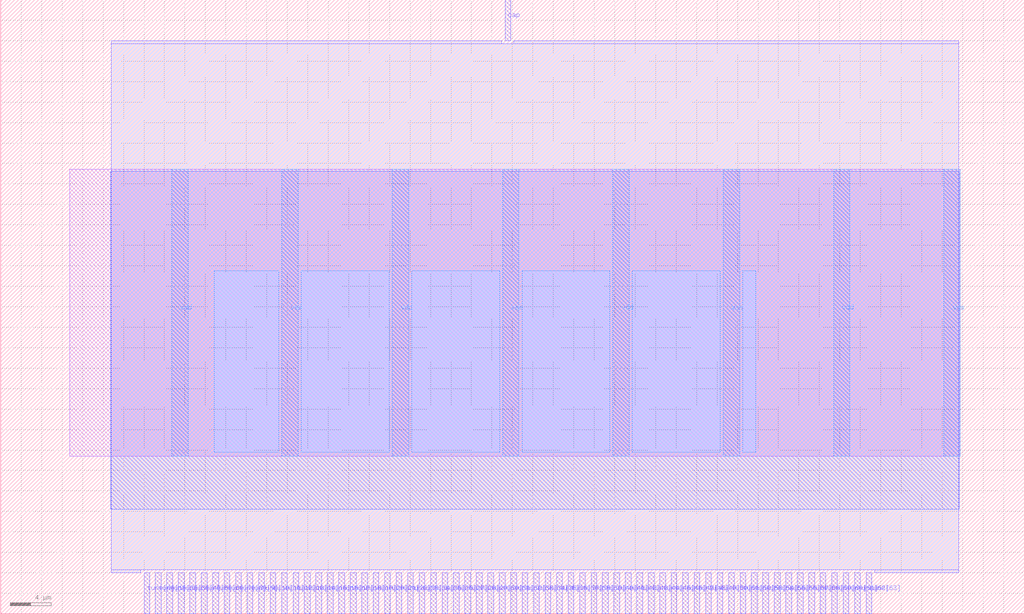
<source format=lef>
VERSION 5.7 ;
  NOWIREEXTENSIONATPIN ON ;
  DIVIDERCHAR "/" ;
  BUSBITCHARS "[]" ;
MACRO captune_1p
  CLASS BLOCK ;
  FOREIGN captune_1p ;
  ORIGIN 0.000 0.000 ;
  SIZE 100.000 BY 60.000 ;
  PIN cap
    DIRECTION INOUT ;
    USE SIGNAL ;
    PORT
      LAYER Metal2 ;
        RECT 49.280 56.000 49.840 60.000 ;
    END
  END cap
  PIN tune[0]
    DIRECTION INPUT ;
    USE SIGNAL ;
    PORT
      LAYER Metal2 ;
        RECT 14.000 0.000 14.560 4.000 ;
    END
  END tune[0]
  PIN tune[10]
    DIRECTION INPUT ;
    USE SIGNAL ;
    PORT
      LAYER Metal2 ;
        RECT 25.200 0.000 25.760 4.000 ;
    END
  END tune[10]
  PIN tune[11]
    DIRECTION INPUT ;
    USE SIGNAL ;
    PORT
      LAYER Metal2 ;
        RECT 26.320 0.000 26.880 4.000 ;
    END
  END tune[11]
  PIN tune[12]
    DIRECTION INPUT ;
    USE SIGNAL ;
    PORT
      LAYER Metal2 ;
        RECT 27.440 0.000 28.000 4.000 ;
    END
  END tune[12]
  PIN tune[13]
    DIRECTION INPUT ;
    USE SIGNAL ;
    PORT
      LAYER Metal2 ;
        RECT 28.560 0.000 29.120 4.000 ;
    END
  END tune[13]
  PIN tune[14]
    DIRECTION INPUT ;
    USE SIGNAL ;
    PORT
      LAYER Metal2 ;
        RECT 29.680 0.000 30.240 4.000 ;
    END
  END tune[14]
  PIN tune[15]
    DIRECTION INPUT ;
    USE SIGNAL ;
    PORT
      LAYER Metal2 ;
        RECT 30.800 0.000 31.360 4.000 ;
    END
  END tune[15]
  PIN tune[16]
    DIRECTION INPUT ;
    USE SIGNAL ;
    PORT
      LAYER Metal2 ;
        RECT 31.920 0.000 32.480 4.000 ;
    END
  END tune[16]
  PIN tune[17]
    DIRECTION INPUT ;
    USE SIGNAL ;
    PORT
      LAYER Metal2 ;
        RECT 33.040 0.000 33.600 4.000 ;
    END
  END tune[17]
  PIN tune[18]
    DIRECTION INPUT ;
    USE SIGNAL ;
    PORT
      LAYER Metal2 ;
        RECT 34.160 0.000 34.720 4.000 ;
    END
  END tune[18]
  PIN tune[19]
    DIRECTION INPUT ;
    USE SIGNAL ;
    PORT
      LAYER Metal2 ;
        RECT 35.280 0.000 35.840 4.000 ;
    END
  END tune[19]
  PIN tune[1]
    DIRECTION INPUT ;
    USE SIGNAL ;
    PORT
      LAYER Metal2 ;
        RECT 15.120 0.000 15.680 4.000 ;
    END
  END tune[1]
  PIN tune[20]
    DIRECTION INPUT ;
    USE SIGNAL ;
    PORT
      LAYER Metal2 ;
        RECT 36.400 0.000 36.960 4.000 ;
    END
  END tune[20]
  PIN tune[21]
    DIRECTION INPUT ;
    USE SIGNAL ;
    PORT
      LAYER Metal2 ;
        RECT 37.520 0.000 38.080 4.000 ;
    END
  END tune[21]
  PIN tune[22]
    DIRECTION INPUT ;
    USE SIGNAL ;
    PORT
      LAYER Metal2 ;
        RECT 38.640 0.000 39.200 4.000 ;
    END
  END tune[22]
  PIN tune[23]
    DIRECTION INPUT ;
    USE SIGNAL ;
    PORT
      LAYER Metal2 ;
        RECT 39.760 0.000 40.320 4.000 ;
    END
  END tune[23]
  PIN tune[24]
    DIRECTION INPUT ;
    USE SIGNAL ;
    PORT
      LAYER Metal2 ;
        RECT 40.880 0.000 41.440 4.000 ;
    END
  END tune[24]
  PIN tune[25]
    DIRECTION INPUT ;
    USE SIGNAL ;
    PORT
      LAYER Metal2 ;
        RECT 42.000 0.000 42.560 4.000 ;
    END
  END tune[25]
  PIN tune[26]
    DIRECTION INPUT ;
    USE SIGNAL ;
    PORT
      LAYER Metal2 ;
        RECT 43.120 0.000 43.680 4.000 ;
    END
  END tune[26]
  PIN tune[27]
    DIRECTION INPUT ;
    USE SIGNAL ;
    PORT
      LAYER Metal2 ;
        RECT 44.240 0.000 44.800 4.000 ;
    END
  END tune[27]
  PIN tune[28]
    DIRECTION INPUT ;
    USE SIGNAL ;
    PORT
      LAYER Metal2 ;
        RECT 45.360 0.000 45.920 4.000 ;
    END
  END tune[28]
  PIN tune[29]
    DIRECTION INPUT ;
    USE SIGNAL ;
    PORT
      LAYER Metal2 ;
        RECT 46.480 0.000 47.040 4.000 ;
    END
  END tune[29]
  PIN tune[2]
    DIRECTION INPUT ;
    USE SIGNAL ;
    PORT
      LAYER Metal2 ;
        RECT 16.240 0.000 16.800 4.000 ;
    END
  END tune[2]
  PIN tune[30]
    DIRECTION INPUT ;
    USE SIGNAL ;
    PORT
      LAYER Metal2 ;
        RECT 47.600 0.000 48.160 4.000 ;
    END
  END tune[30]
  PIN tune[31]
    DIRECTION INPUT ;
    USE SIGNAL ;
    PORT
      LAYER Metal2 ;
        RECT 48.720 0.000 49.280 4.000 ;
    END
  END tune[31]
  PIN tune[32]
    DIRECTION INPUT ;
    USE SIGNAL ;
    PORT
      LAYER Metal2 ;
        RECT 49.840 0.000 50.400 4.000 ;
    END
  END tune[32]
  PIN tune[33]
    DIRECTION INPUT ;
    USE SIGNAL ;
    PORT
      LAYER Metal2 ;
        RECT 50.960 0.000 51.520 4.000 ;
    END
  END tune[33]
  PIN tune[34]
    DIRECTION INPUT ;
    USE SIGNAL ;
    PORT
      LAYER Metal2 ;
        RECT 52.080 0.000 52.640 4.000 ;
    END
  END tune[34]
  PIN tune[35]
    DIRECTION INPUT ;
    USE SIGNAL ;
    PORT
      LAYER Metal2 ;
        RECT 53.200 0.000 53.760 4.000 ;
    END
  END tune[35]
  PIN tune[36]
    DIRECTION INPUT ;
    USE SIGNAL ;
    PORT
      LAYER Metal2 ;
        RECT 54.320 0.000 54.880 4.000 ;
    END
  END tune[36]
  PIN tune[37]
    DIRECTION INPUT ;
    USE SIGNAL ;
    PORT
      LAYER Metal2 ;
        RECT 55.440 0.000 56.000 4.000 ;
    END
  END tune[37]
  PIN tune[38]
    DIRECTION INPUT ;
    USE SIGNAL ;
    PORT
      LAYER Metal2 ;
        RECT 56.560 0.000 57.120 4.000 ;
    END
  END tune[38]
  PIN tune[39]
    DIRECTION INPUT ;
    USE SIGNAL ;
    PORT
      LAYER Metal2 ;
        RECT 57.680 0.000 58.240 4.000 ;
    END
  END tune[39]
  PIN tune[3]
    DIRECTION INPUT ;
    USE SIGNAL ;
    PORT
      LAYER Metal2 ;
        RECT 17.360 0.000 17.920 4.000 ;
    END
  END tune[3]
  PIN tune[40]
    DIRECTION INPUT ;
    USE SIGNAL ;
    PORT
      LAYER Metal2 ;
        RECT 58.800 0.000 59.360 4.000 ;
    END
  END tune[40]
  PIN tune[41]
    DIRECTION INPUT ;
    USE SIGNAL ;
    PORT
      LAYER Metal2 ;
        RECT 59.920 0.000 60.480 4.000 ;
    END
  END tune[41]
  PIN tune[42]
    DIRECTION INPUT ;
    USE SIGNAL ;
    PORT
      LAYER Metal2 ;
        RECT 61.040 0.000 61.600 4.000 ;
    END
  END tune[42]
  PIN tune[43]
    DIRECTION INPUT ;
    USE SIGNAL ;
    PORT
      LAYER Metal2 ;
        RECT 62.160 0.000 62.720 4.000 ;
    END
  END tune[43]
  PIN tune[44]
    DIRECTION INPUT ;
    USE SIGNAL ;
    PORT
      LAYER Metal2 ;
        RECT 63.280 0.000 63.840 4.000 ;
    END
  END tune[44]
  PIN tune[45]
    DIRECTION INPUT ;
    USE SIGNAL ;
    PORT
      LAYER Metal2 ;
        RECT 64.400 0.000 64.960 4.000 ;
    END
  END tune[45]
  PIN tune[46]
    DIRECTION INPUT ;
    USE SIGNAL ;
    PORT
      LAYER Metal2 ;
        RECT 65.520 0.000 66.080 4.000 ;
    END
  END tune[46]
  PIN tune[47]
    DIRECTION INPUT ;
    USE SIGNAL ;
    PORT
      LAYER Metal2 ;
        RECT 66.640 0.000 67.200 4.000 ;
    END
  END tune[47]
  PIN tune[48]
    DIRECTION INPUT ;
    USE SIGNAL ;
    PORT
      LAYER Metal2 ;
        RECT 67.760 0.000 68.320 4.000 ;
    END
  END tune[48]
  PIN tune[49]
    DIRECTION INPUT ;
    USE SIGNAL ;
    PORT
      LAYER Metal2 ;
        RECT 68.880 0.000 69.440 4.000 ;
    END
  END tune[49]
  PIN tune[4]
    DIRECTION INPUT ;
    USE SIGNAL ;
    PORT
      LAYER Metal2 ;
        RECT 18.480 0.000 19.040 4.000 ;
    END
  END tune[4]
  PIN tune[50]
    DIRECTION INPUT ;
    USE SIGNAL ;
    PORT
      LAYER Metal2 ;
        RECT 70.000 0.000 70.560 4.000 ;
    END
  END tune[50]
  PIN tune[51]
    DIRECTION INPUT ;
    USE SIGNAL ;
    PORT
      LAYER Metal2 ;
        RECT 71.120 0.000 71.680 4.000 ;
    END
  END tune[51]
  PIN tune[52]
    DIRECTION INPUT ;
    USE SIGNAL ;
    PORT
      LAYER Metal2 ;
        RECT 72.240 0.000 72.800 4.000 ;
    END
  END tune[52]
  PIN tune[53]
    DIRECTION INPUT ;
    USE SIGNAL ;
    PORT
      LAYER Metal2 ;
        RECT 73.360 0.000 73.920 4.000 ;
    END
  END tune[53]
  PIN tune[54]
    DIRECTION INPUT ;
    USE SIGNAL ;
    PORT
      LAYER Metal2 ;
        RECT 74.480 0.000 75.040 4.000 ;
    END
  END tune[54]
  PIN tune[55]
    DIRECTION INPUT ;
    USE SIGNAL ;
    PORT
      LAYER Metal2 ;
        RECT 75.600 0.000 76.160 4.000 ;
    END
  END tune[55]
  PIN tune[56]
    DIRECTION INPUT ;
    USE SIGNAL ;
    PORT
      LAYER Metal2 ;
        RECT 76.720 0.000 77.280 4.000 ;
    END
  END tune[56]
  PIN tune[57]
    DIRECTION INPUT ;
    USE SIGNAL ;
    PORT
      LAYER Metal2 ;
        RECT 77.840 0.000 78.400 4.000 ;
    END
  END tune[57]
  PIN tune[58]
    DIRECTION INPUT ;
    USE SIGNAL ;
    PORT
      LAYER Metal2 ;
        RECT 78.960 0.000 79.520 4.000 ;
    END
  END tune[58]
  PIN tune[59]
    DIRECTION INPUT ;
    USE SIGNAL ;
    PORT
      LAYER Metal2 ;
        RECT 80.080 0.000 80.640 4.000 ;
    END
  END tune[59]
  PIN tune[5]
    DIRECTION INPUT ;
    USE SIGNAL ;
    PORT
      LAYER Metal2 ;
        RECT 19.600 0.000 20.160 4.000 ;
    END
  END tune[5]
  PIN tune[60]
    DIRECTION INPUT ;
    USE SIGNAL ;
    PORT
      LAYER Metal2 ;
        RECT 81.200 0.000 81.760 4.000 ;
    END
  END tune[60]
  PIN tune[61]
    DIRECTION INPUT ;
    USE SIGNAL ;
    PORT
      LAYER Metal2 ;
        RECT 82.320 0.000 82.880 4.000 ;
    END
  END tune[61]
  PIN tune[62]
    DIRECTION INPUT ;
    USE SIGNAL ;
    PORT
      LAYER Metal2 ;
        RECT 83.440 0.000 84.000 4.000 ;
    END
  END tune[62]
  PIN tune[63]
    DIRECTION INPUT ;
    USE SIGNAL ;
    PORT
      LAYER Metal2 ;
        RECT 84.560 0.000 85.120 4.000 ;
    END
  END tune[63]
  PIN tune[6]
    DIRECTION INPUT ;
    USE SIGNAL ;
    PORT
      LAYER Metal2 ;
        RECT 20.720 0.000 21.280 4.000 ;
    END
  END tune[6]
  PIN tune[7]
    DIRECTION INPUT ;
    USE SIGNAL ;
    PORT
      LAYER Metal2 ;
        RECT 21.840 0.000 22.400 4.000 ;
    END
  END tune[7]
  PIN tune[8]
    DIRECTION INPUT ;
    USE SIGNAL ;
    PORT
      LAYER Metal2 ;
        RECT 22.960 0.000 23.520 4.000 ;
    END
  END tune[8]
  PIN tune[9]
    DIRECTION INPUT ;
    USE SIGNAL ;
    PORT
      LAYER Metal2 ;
        RECT 24.080 0.000 24.640 4.000 ;
    END
  END tune[9]
  PIN vdd
    DIRECTION INOUT ;
    USE POWER ;
    PORT
      LAYER Metal4 ;
        RECT 16.700 15.380 18.300 43.420 ;
    END
    PORT
      LAYER Metal4 ;
        RECT 38.260 15.380 39.860 43.420 ;
    END
    PORT
      LAYER Metal4 ;
        RECT 59.820 15.380 61.420 43.420 ;
    END
    PORT
      LAYER Metal4 ;
        RECT 81.380 15.380 82.980 43.420 ;
    END
  END vdd
  PIN vss
    DIRECTION INOUT ;
    USE GROUND ;
    PORT
      LAYER Metal4 ;
        RECT 27.480 15.380 29.080 43.420 ;
    END
    PORT
      LAYER Metal4 ;
        RECT 49.040 15.380 50.640 43.420 ;
    END
    PORT
      LAYER Metal4 ;
        RECT 70.600 15.380 72.200 43.420 ;
    END
    PORT
      LAYER Metal4 ;
        RECT 92.160 15.380 93.760 43.420 ;
    END
  END vss
  OBS
      LAYER Metal1 ;
        RECT 6.720 15.380 93.760 43.420 ;
      LAYER Metal2 ;
        RECT 10.780 55.700 48.980 56.000 ;
        RECT 50.140 55.700 93.620 56.000 ;
        RECT 10.780 4.300 93.620 55.700 ;
        RECT 10.780 4.000 13.700 4.300 ;
        RECT 85.420 4.000 93.620 4.300 ;
      LAYER Metal3 ;
        RECT 10.730 10.220 93.670 43.260 ;
      LAYER Metal4 ;
        RECT 20.860 15.770 27.180 33.510 ;
        RECT 29.380 15.770 37.960 33.510 ;
        RECT 40.160 15.770 48.740 33.510 ;
        RECT 50.940 15.770 59.520 33.510 ;
        RECT 61.720 15.770 70.300 33.510 ;
        RECT 72.500 15.770 73.780 33.510 ;
  END
END captune_1p
END LIBRARY


</source>
